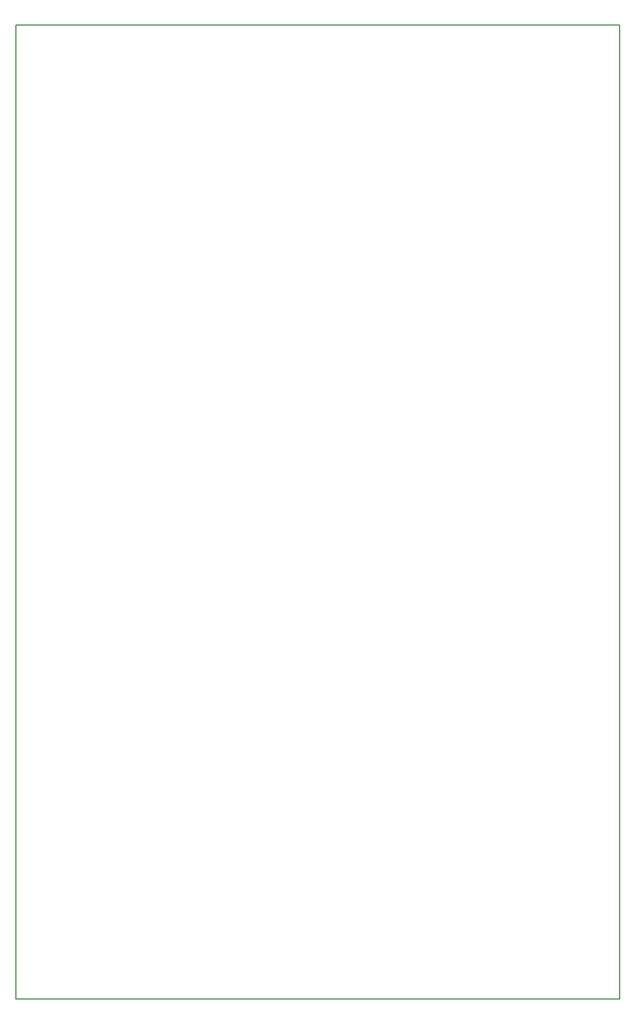
<source format=gbr>
G04 PROTEUS GERBER X2 FILE*
%TF.GenerationSoftware,Labcenter,Proteus,8.10-SP3-Build29560*%
%TF.CreationDate,2022-02-24T20:56:41+00:00*%
%TF.FileFunction,NonPlated,1,2,NPTH*%
%TF.FilePolarity,Positive*%
%TF.Part,Single*%
%TF.SameCoordinates,{e0c8fd6e-37dc-4a7a-b3f3-70e9e95a6a86}*%
%FSLAX45Y45*%
%MOMM*%
G01*
%TA.AperFunction,Profile*%
%ADD15C,0.203200*%
%TD.AperFunction*%
D15*
X-10500000Y-3000000D02*
X-1500000Y-3000000D01*
X-1500000Y+11500000D01*
X-10500000Y+11500000D01*
X-10500000Y-3000000D01*
M02*

</source>
